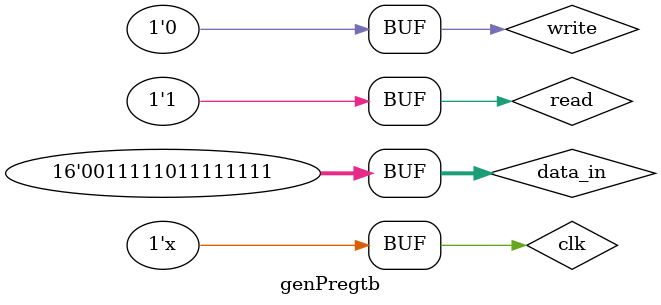
<source format=v>
module genPregtb;
    reg clk,write,read;
    reg [15:0] data_in;
    wire [15:0] data_out;
    wire [15:0] data_store;
    
    parameter clk_period = 10;

    Genaral_Purpose_Register gpr1 (clk,write,read,data_in,data_out,data_store);

    initial 
    begin
       clk = 0; 
    end
    
    always
        #(clk_period/2)
        clk = ~clk;
    
    initial
        begin
            write = 0; read = 0; data_in =16'd0;
            #(clk_period)
            data_in = 16'b0011001100110011; write =1;
            #(clk_period)
            write=0 ; read =1;
            #(clk_period)
            data_in = 16'b0011001100111111; write =0;
            #(clk_period)
            read =1;
            #(clk_period)
            read=0; data_in = 16'b0011111011111111; write =1;
            #(clk_period)
            write=0 ; read =1;
        end
endmodule
</source>
